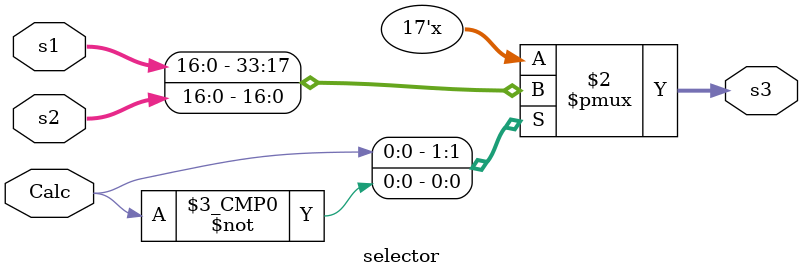
<source format=sv>
module selector(input Calc, input [16:0] s1, s2,
					output [16:0] s3);
					
	always_comb
	begin
		unique case (Calc)
			1 : s3 <= s1;
			0 : s3 <= s2;
		endcase
	end
endmodule

</source>
